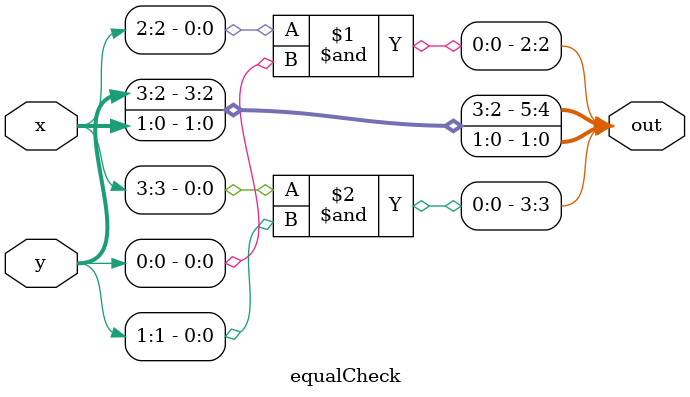
<source format=v>
module equalCheck
    (
        x,y,out
    );
    input [3:0] x;
    input [3:0] y;

    output [5:0] out;
    // wire xoring;

    // assign xoring = {
    //     (x[2] ^ x[1]),
    //     (x[1] ^ y[1]),
    //     (x[0] ^ y[0])
    // };
    // assign out = xoring;

    assign out = {
        y[3:2],
        (x[3] & y[1]),
        (x[2] & y[0]),
        x[1:0]
    };


endmodule
</source>
